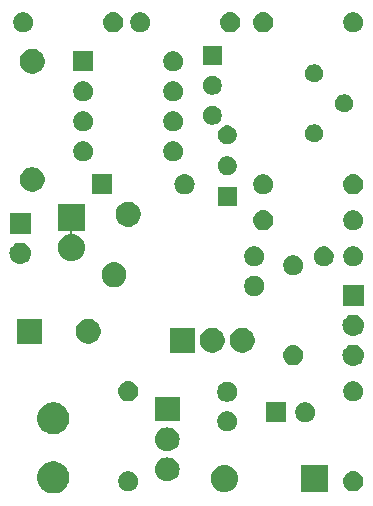
<source format=gbr>
G04 #@! TF.GenerationSoftware,KiCad,Pcbnew,(5.1.0)-1*
G04 #@! TF.CreationDate,2021-08-12T02:51:48-05:00*
G04 #@! TF.ProjectId,nixie_legacy-power,6e697869-655f-46c6-9567-6163792d706f,rev?*
G04 #@! TF.SameCoordinates,Original*
G04 #@! TF.FileFunction,Soldermask,Bot*
G04 #@! TF.FilePolarity,Negative*
%FSLAX46Y46*%
G04 Gerber Fmt 4.6, Leading zero omitted, Abs format (unit mm)*
G04 Created by KiCad (PCBNEW (5.1.0)-1) date 2021-08-12 02:51:48*
%MOMM*%
%LPD*%
G04 APERTURE LIST*
%ADD10C,0.100000*%
G04 APERTURE END LIST*
D10*
G36*
X93358072Y-116984918D02*
G01*
X93495372Y-117041789D01*
X93603939Y-117086759D01*
X93715328Y-117161187D01*
X93797539Y-117216119D01*
X93825212Y-117234610D01*
X94013390Y-117422788D01*
X94133137Y-117602000D01*
X94161242Y-117644063D01*
X94263082Y-117889928D01*
X94315000Y-118150937D01*
X94315000Y-118417063D01*
X94263082Y-118678072D01*
X94218865Y-118784823D01*
X94161241Y-118923939D01*
X94106038Y-119006555D01*
X94013391Y-119145211D01*
X93825211Y-119333391D01*
X93767207Y-119372148D01*
X93603939Y-119481241D01*
X93603938Y-119481242D01*
X93603937Y-119481242D01*
X93358072Y-119583082D01*
X93097063Y-119635000D01*
X92830937Y-119635000D01*
X92569928Y-119583082D01*
X92324063Y-119481242D01*
X92324062Y-119481242D01*
X92324061Y-119481241D01*
X92160793Y-119372148D01*
X92102789Y-119333391D01*
X91914609Y-119145211D01*
X91821962Y-119006555D01*
X91766759Y-118923939D01*
X91709136Y-118784823D01*
X91664918Y-118678072D01*
X91613000Y-118417063D01*
X91613000Y-118150937D01*
X91664918Y-117889928D01*
X91766758Y-117644063D01*
X91794864Y-117602000D01*
X91914610Y-117422788D01*
X92102788Y-117234610D01*
X92130462Y-117216119D01*
X92212672Y-117161187D01*
X92324061Y-117086759D01*
X92432629Y-117041789D01*
X92569928Y-116984918D01*
X92830937Y-116933000D01*
X93097063Y-116933000D01*
X93358072Y-116984918D01*
X93358072Y-116984918D01*
G37*
G36*
X116213000Y-119515000D02*
G01*
X113911000Y-119515000D01*
X113911000Y-117213000D01*
X116213000Y-117213000D01*
X116213000Y-119515000D01*
X116213000Y-119515000D01*
G37*
G36*
X107611271Y-117224103D02*
G01*
X107667635Y-117229654D01*
X107884600Y-117295470D01*
X107884602Y-117295471D01*
X108084555Y-117402347D01*
X108259818Y-117546182D01*
X108403653Y-117721445D01*
X108502831Y-117906996D01*
X108510530Y-117921400D01*
X108576346Y-118138365D01*
X108598569Y-118364000D01*
X108576346Y-118589635D01*
X108549519Y-118678072D01*
X108510529Y-118806602D01*
X108403653Y-119006555D01*
X108259818Y-119181818D01*
X108084555Y-119325653D01*
X107930448Y-119408024D01*
X107884600Y-119432530D01*
X107667635Y-119498346D01*
X107611271Y-119503897D01*
X107498545Y-119515000D01*
X107385455Y-119515000D01*
X107272729Y-119503897D01*
X107216365Y-119498346D01*
X106999400Y-119432530D01*
X106953552Y-119408024D01*
X106799445Y-119325653D01*
X106624182Y-119181818D01*
X106480347Y-119006555D01*
X106373471Y-118806602D01*
X106334482Y-118678072D01*
X106307654Y-118589635D01*
X106285431Y-118364000D01*
X106307654Y-118138365D01*
X106373470Y-117921400D01*
X106381169Y-117906996D01*
X106480347Y-117721445D01*
X106624182Y-117546182D01*
X106799445Y-117402347D01*
X106999398Y-117295471D01*
X106999400Y-117295470D01*
X107216365Y-117229654D01*
X107272729Y-117224103D01*
X107385455Y-117213000D01*
X107498545Y-117213000D01*
X107611271Y-117224103D01*
X107611271Y-117224103D01*
G37*
G36*
X118530823Y-117779313D02*
G01*
X118691242Y-117827976D01*
X118758361Y-117863852D01*
X118839078Y-117906996D01*
X118968659Y-118013341D01*
X119075004Y-118142922D01*
X119075005Y-118142924D01*
X119154024Y-118290758D01*
X119202687Y-118451177D01*
X119219117Y-118618000D01*
X119202687Y-118784823D01*
X119154024Y-118945242D01*
X119113477Y-119021100D01*
X119075004Y-119093078D01*
X118968659Y-119222659D01*
X118839078Y-119329004D01*
X118839076Y-119329005D01*
X118691242Y-119408024D01*
X118530823Y-119456687D01*
X118405804Y-119469000D01*
X118322196Y-119469000D01*
X118197177Y-119456687D01*
X118036758Y-119408024D01*
X117888924Y-119329005D01*
X117888922Y-119329004D01*
X117759341Y-119222659D01*
X117652996Y-119093078D01*
X117614523Y-119021100D01*
X117573976Y-118945242D01*
X117525313Y-118784823D01*
X117508883Y-118618000D01*
X117525313Y-118451177D01*
X117573976Y-118290758D01*
X117652995Y-118142924D01*
X117652996Y-118142922D01*
X117759341Y-118013341D01*
X117888922Y-117906996D01*
X117969639Y-117863852D01*
X118036758Y-117827976D01*
X118197177Y-117779313D01*
X118322196Y-117767000D01*
X118405804Y-117767000D01*
X118530823Y-117779313D01*
X118530823Y-117779313D01*
G37*
G36*
X99562228Y-117799703D02*
G01*
X99717100Y-117863853D01*
X99856481Y-117956985D01*
X99975015Y-118075519D01*
X100068147Y-118214900D01*
X100132297Y-118369772D01*
X100165000Y-118534184D01*
X100165000Y-118701816D01*
X100132297Y-118866228D01*
X100068147Y-119021100D01*
X99975015Y-119160481D01*
X99856481Y-119279015D01*
X99717100Y-119372147D01*
X99562228Y-119436297D01*
X99397816Y-119469000D01*
X99230184Y-119469000D01*
X99065772Y-119436297D01*
X98910900Y-119372147D01*
X98771519Y-119279015D01*
X98652985Y-119160481D01*
X98559853Y-119021100D01*
X98495703Y-118866228D01*
X98463000Y-118701816D01*
X98463000Y-118534184D01*
X98495703Y-118369772D01*
X98559853Y-118214900D01*
X98652985Y-118075519D01*
X98771519Y-117956985D01*
X98910900Y-117863853D01*
X99065772Y-117799703D01*
X99230184Y-117767000D01*
X99397816Y-117767000D01*
X99562228Y-117799703D01*
X99562228Y-117799703D01*
G37*
G36*
X102761936Y-116603340D02*
G01*
X102860220Y-116613020D01*
X103049381Y-116670401D01*
X103223712Y-116763583D01*
X103376515Y-116888985D01*
X103501917Y-117041788D01*
X103595099Y-117216119D01*
X103652480Y-117405280D01*
X103671855Y-117602000D01*
X103652480Y-117798720D01*
X103595099Y-117987881D01*
X103501917Y-118162212D01*
X103376515Y-118315015D01*
X103223712Y-118440417D01*
X103049381Y-118533599D01*
X102860220Y-118590980D01*
X102761936Y-118600660D01*
X102712795Y-118605500D01*
X102519205Y-118605500D01*
X102470064Y-118600660D01*
X102371780Y-118590980D01*
X102182619Y-118533599D01*
X102008288Y-118440417D01*
X101855485Y-118315015D01*
X101730083Y-118162212D01*
X101636901Y-117987881D01*
X101579520Y-117798720D01*
X101560145Y-117602000D01*
X101579520Y-117405280D01*
X101636901Y-117216119D01*
X101730083Y-117041788D01*
X101855485Y-116888985D01*
X102008288Y-116763583D01*
X102182619Y-116670401D01*
X102371780Y-116613020D01*
X102470064Y-116603340D01*
X102519205Y-116598500D01*
X102712795Y-116598500D01*
X102761936Y-116603340D01*
X102761936Y-116603340D01*
G37*
G36*
X102761936Y-114063340D02*
G01*
X102860220Y-114073020D01*
X103049381Y-114130401D01*
X103223712Y-114223583D01*
X103376515Y-114348985D01*
X103501917Y-114501788D01*
X103595099Y-114676119D01*
X103652480Y-114865280D01*
X103671855Y-115062000D01*
X103652480Y-115258720D01*
X103595099Y-115447881D01*
X103501917Y-115622212D01*
X103376515Y-115775015D01*
X103223712Y-115900417D01*
X103049381Y-115993599D01*
X102860220Y-116050980D01*
X102761936Y-116060660D01*
X102712795Y-116065500D01*
X102519205Y-116065500D01*
X102470064Y-116060660D01*
X102371780Y-116050980D01*
X102182619Y-115993599D01*
X102008288Y-115900417D01*
X101855485Y-115775015D01*
X101730083Y-115622212D01*
X101636901Y-115447881D01*
X101579520Y-115258720D01*
X101560145Y-115062000D01*
X101579520Y-114865280D01*
X101636901Y-114676119D01*
X101730083Y-114501788D01*
X101855485Y-114348985D01*
X102008288Y-114223583D01*
X102182619Y-114130401D01*
X102371780Y-114073020D01*
X102470064Y-114063340D01*
X102519205Y-114058500D01*
X102712795Y-114058500D01*
X102761936Y-114063340D01*
X102761936Y-114063340D01*
G37*
G36*
X93358072Y-111984918D02*
G01*
X93447242Y-112021853D01*
X93603939Y-112086759D01*
X93646182Y-112114985D01*
X93825211Y-112234609D01*
X94013391Y-112422789D01*
X94161242Y-112644063D01*
X94263082Y-112889928D01*
X94315000Y-113150937D01*
X94315000Y-113417063D01*
X94263082Y-113678072D01*
X94161242Y-113923937D01*
X94023287Y-114130401D01*
X94013390Y-114145212D01*
X93825212Y-114333390D01*
X93603939Y-114481241D01*
X93603938Y-114481242D01*
X93603937Y-114481242D01*
X93358072Y-114583082D01*
X93097063Y-114635000D01*
X92830937Y-114635000D01*
X92569928Y-114583082D01*
X92324063Y-114481242D01*
X92324062Y-114481242D01*
X92324061Y-114481241D01*
X92102788Y-114333390D01*
X91914610Y-114145212D01*
X91904714Y-114130401D01*
X91766758Y-113923937D01*
X91664918Y-113678072D01*
X91613000Y-113417063D01*
X91613000Y-113150937D01*
X91664918Y-112889928D01*
X91766758Y-112644063D01*
X91914609Y-112422789D01*
X92102789Y-112234609D01*
X92281818Y-112114985D01*
X92324061Y-112086759D01*
X92480759Y-112021853D01*
X92569928Y-111984918D01*
X92830937Y-111933000D01*
X93097063Y-111933000D01*
X93358072Y-111984918D01*
X93358072Y-111984918D01*
G37*
G36*
X107944228Y-112719703D02*
G01*
X108099100Y-112783853D01*
X108238481Y-112876985D01*
X108357015Y-112995519D01*
X108450147Y-113134900D01*
X108514297Y-113289772D01*
X108547000Y-113454184D01*
X108547000Y-113621816D01*
X108514297Y-113786228D01*
X108450147Y-113941100D01*
X108357015Y-114080481D01*
X108238481Y-114199015D01*
X108099100Y-114292147D01*
X107944228Y-114356297D01*
X107779816Y-114389000D01*
X107612184Y-114389000D01*
X107447772Y-114356297D01*
X107292900Y-114292147D01*
X107153519Y-114199015D01*
X107034985Y-114080481D01*
X106941853Y-113941100D01*
X106877703Y-113786228D01*
X106845000Y-113621816D01*
X106845000Y-113454184D01*
X106877703Y-113289772D01*
X106941853Y-113134900D01*
X107034985Y-112995519D01*
X107153519Y-112876985D01*
X107292900Y-112783853D01*
X107447772Y-112719703D01*
X107612184Y-112687000D01*
X107779816Y-112687000D01*
X107944228Y-112719703D01*
X107944228Y-112719703D01*
G37*
G36*
X112651000Y-113627000D02*
G01*
X110949000Y-113627000D01*
X110949000Y-111925000D01*
X112651000Y-111925000D01*
X112651000Y-113627000D01*
X112651000Y-113627000D01*
G37*
G36*
X114548228Y-111957703D02*
G01*
X114703100Y-112021853D01*
X114842481Y-112114985D01*
X114961015Y-112233519D01*
X115054147Y-112372900D01*
X115118297Y-112527772D01*
X115151000Y-112692184D01*
X115151000Y-112859816D01*
X115118297Y-113024228D01*
X115054147Y-113179100D01*
X114961015Y-113318481D01*
X114842481Y-113437015D01*
X114703100Y-113530147D01*
X114548228Y-113594297D01*
X114383816Y-113627000D01*
X114216184Y-113627000D01*
X114051772Y-113594297D01*
X113896900Y-113530147D01*
X113757519Y-113437015D01*
X113638985Y-113318481D01*
X113545853Y-113179100D01*
X113481703Y-113024228D01*
X113449000Y-112859816D01*
X113449000Y-112692184D01*
X113481703Y-112527772D01*
X113545853Y-112372900D01*
X113638985Y-112233519D01*
X113757519Y-112114985D01*
X113896900Y-112021853D01*
X114051772Y-111957703D01*
X114216184Y-111925000D01*
X114383816Y-111925000D01*
X114548228Y-111957703D01*
X114548228Y-111957703D01*
G37*
G36*
X103667000Y-113525500D02*
G01*
X101565000Y-113525500D01*
X101565000Y-111518500D01*
X103667000Y-111518500D01*
X103667000Y-113525500D01*
X103667000Y-113525500D01*
G37*
G36*
X107944228Y-110219703D02*
G01*
X108099100Y-110283853D01*
X108238481Y-110376985D01*
X108357015Y-110495519D01*
X108450147Y-110634900D01*
X108514297Y-110789772D01*
X108547000Y-110954184D01*
X108547000Y-111121816D01*
X108514297Y-111286228D01*
X108450147Y-111441100D01*
X108357015Y-111580481D01*
X108238481Y-111699015D01*
X108099100Y-111792147D01*
X107944228Y-111856297D01*
X107779816Y-111889000D01*
X107612184Y-111889000D01*
X107447772Y-111856297D01*
X107292900Y-111792147D01*
X107153519Y-111699015D01*
X107034985Y-111580481D01*
X106941853Y-111441100D01*
X106877703Y-111286228D01*
X106845000Y-111121816D01*
X106845000Y-110954184D01*
X106877703Y-110789772D01*
X106941853Y-110634900D01*
X107034985Y-110495519D01*
X107153519Y-110376985D01*
X107292900Y-110283853D01*
X107447772Y-110219703D01*
X107612184Y-110187000D01*
X107779816Y-110187000D01*
X107944228Y-110219703D01*
X107944228Y-110219703D01*
G37*
G36*
X99480823Y-110159313D02*
G01*
X99641242Y-110207976D01*
X99708361Y-110243852D01*
X99789078Y-110286996D01*
X99918659Y-110393341D01*
X100025004Y-110522922D01*
X100025005Y-110522924D01*
X100104024Y-110670758D01*
X100152687Y-110831177D01*
X100169117Y-110998000D01*
X100152687Y-111164823D01*
X100104024Y-111325242D01*
X100033114Y-111457906D01*
X100025004Y-111473078D01*
X99918659Y-111602659D01*
X99789078Y-111709004D01*
X99789076Y-111709005D01*
X99641242Y-111788024D01*
X99641239Y-111788025D01*
X99627647Y-111792148D01*
X99480823Y-111836687D01*
X99355804Y-111849000D01*
X99272196Y-111849000D01*
X99147177Y-111836687D01*
X99000353Y-111792148D01*
X98986761Y-111788025D01*
X98986758Y-111788024D01*
X98838924Y-111709005D01*
X98838922Y-111709004D01*
X98709341Y-111602659D01*
X98602996Y-111473078D01*
X98594886Y-111457906D01*
X98523976Y-111325242D01*
X98475313Y-111164823D01*
X98458883Y-110998000D01*
X98475313Y-110831177D01*
X98523976Y-110670758D01*
X98602995Y-110522924D01*
X98602996Y-110522922D01*
X98709341Y-110393341D01*
X98838922Y-110286996D01*
X98919639Y-110243852D01*
X98986758Y-110207976D01*
X99147177Y-110159313D01*
X99272196Y-110147000D01*
X99355804Y-110147000D01*
X99480823Y-110159313D01*
X99480823Y-110159313D01*
G37*
G36*
X118612228Y-110179703D02*
G01*
X118767100Y-110243853D01*
X118906481Y-110336985D01*
X119025015Y-110455519D01*
X119118147Y-110594900D01*
X119182297Y-110749772D01*
X119215000Y-110914184D01*
X119215000Y-111081816D01*
X119182297Y-111246228D01*
X119118147Y-111401100D01*
X119025015Y-111540481D01*
X118906481Y-111659015D01*
X118767100Y-111752147D01*
X118612228Y-111816297D01*
X118447816Y-111849000D01*
X118280184Y-111849000D01*
X118115772Y-111816297D01*
X117960900Y-111752147D01*
X117821519Y-111659015D01*
X117702985Y-111540481D01*
X117609853Y-111401100D01*
X117545703Y-111246228D01*
X117513000Y-111081816D01*
X117513000Y-110914184D01*
X117545703Y-110749772D01*
X117609853Y-110594900D01*
X117702985Y-110455519D01*
X117821519Y-110336985D01*
X117960900Y-110243853D01*
X118115772Y-110179703D01*
X118280184Y-110147000D01*
X118447816Y-110147000D01*
X118612228Y-110179703D01*
X118612228Y-110179703D01*
G37*
G36*
X118474442Y-107055518D02*
G01*
X118540627Y-107062037D01*
X118710466Y-107113557D01*
X118866991Y-107197222D01*
X118902729Y-107226552D01*
X119004186Y-107309814D01*
X119087448Y-107411271D01*
X119116778Y-107447009D01*
X119200443Y-107603534D01*
X119251963Y-107773373D01*
X119269359Y-107950000D01*
X119251963Y-108126627D01*
X119200443Y-108296466D01*
X119116778Y-108452991D01*
X119087448Y-108488729D01*
X119004186Y-108590186D01*
X118902729Y-108673448D01*
X118866991Y-108702778D01*
X118710466Y-108786443D01*
X118540627Y-108837963D01*
X118474442Y-108844482D01*
X118408260Y-108851000D01*
X118319740Y-108851000D01*
X118253558Y-108844482D01*
X118187373Y-108837963D01*
X118017534Y-108786443D01*
X117861009Y-108702778D01*
X117825271Y-108673448D01*
X117723814Y-108590186D01*
X117640552Y-108488729D01*
X117611222Y-108452991D01*
X117527557Y-108296466D01*
X117476037Y-108126627D01*
X117458641Y-107950000D01*
X117476037Y-107773373D01*
X117527557Y-107603534D01*
X117611222Y-107447009D01*
X117640552Y-107411271D01*
X117723814Y-107309814D01*
X117825271Y-107226552D01*
X117861009Y-107197222D01*
X118017534Y-107113557D01*
X118187373Y-107062037D01*
X118253558Y-107055518D01*
X118319740Y-107049000D01*
X118408260Y-107049000D01*
X118474442Y-107055518D01*
X118474442Y-107055518D01*
G37*
G36*
X113450823Y-107111313D02*
G01*
X113611242Y-107159976D01*
X113680922Y-107197221D01*
X113759078Y-107238996D01*
X113888659Y-107345341D01*
X113995004Y-107474922D01*
X113995005Y-107474924D01*
X114074024Y-107622758D01*
X114122687Y-107783177D01*
X114139117Y-107950000D01*
X114122687Y-108116823D01*
X114074024Y-108277242D01*
X114063747Y-108296468D01*
X113995004Y-108425078D01*
X113888659Y-108554659D01*
X113759078Y-108661004D01*
X113759076Y-108661005D01*
X113611242Y-108740024D01*
X113450823Y-108788687D01*
X113325804Y-108801000D01*
X113242196Y-108801000D01*
X113117177Y-108788687D01*
X112956758Y-108740024D01*
X112808924Y-108661005D01*
X112808922Y-108661004D01*
X112679341Y-108554659D01*
X112572996Y-108425078D01*
X112504253Y-108296468D01*
X112493976Y-108277242D01*
X112445313Y-108116823D01*
X112428883Y-107950000D01*
X112445313Y-107783177D01*
X112493976Y-107622758D01*
X112572995Y-107474924D01*
X112572996Y-107474922D01*
X112679341Y-107345341D01*
X112808922Y-107238996D01*
X112887078Y-107197221D01*
X112956758Y-107159976D01*
X113117177Y-107111313D01*
X113242196Y-107099000D01*
X113325804Y-107099000D01*
X113450823Y-107111313D01*
X113450823Y-107111313D01*
G37*
G36*
X109272564Y-105669389D02*
G01*
X109463833Y-105748615D01*
X109463835Y-105748616D01*
X109635973Y-105863635D01*
X109782365Y-106010027D01*
X109884431Y-106162779D01*
X109897385Y-106182167D01*
X109976611Y-106373436D01*
X110017000Y-106576484D01*
X110017000Y-106783516D01*
X109976611Y-106986564D01*
X109897385Y-107177833D01*
X109897384Y-107177835D01*
X109782365Y-107349973D01*
X109635973Y-107496365D01*
X109463835Y-107611384D01*
X109463834Y-107611385D01*
X109463833Y-107611385D01*
X109272564Y-107690611D01*
X109069516Y-107731000D01*
X108862484Y-107731000D01*
X108659436Y-107690611D01*
X108468167Y-107611385D01*
X108468166Y-107611385D01*
X108468165Y-107611384D01*
X108296027Y-107496365D01*
X108149635Y-107349973D01*
X108034616Y-107177835D01*
X108034615Y-107177833D01*
X107955389Y-106986564D01*
X107915000Y-106783516D01*
X107915000Y-106576484D01*
X107955389Y-106373436D01*
X108034615Y-106182167D01*
X108047570Y-106162779D01*
X108149635Y-106010027D01*
X108296027Y-105863635D01*
X108468165Y-105748616D01*
X108468167Y-105748615D01*
X108659436Y-105669389D01*
X108862484Y-105629000D01*
X109069516Y-105629000D01*
X109272564Y-105669389D01*
X109272564Y-105669389D01*
G37*
G36*
X104937000Y-107731000D02*
G01*
X102835000Y-107731000D01*
X102835000Y-105629000D01*
X104937000Y-105629000D01*
X104937000Y-107731000D01*
X104937000Y-107731000D01*
G37*
G36*
X106732564Y-105669389D02*
G01*
X106923833Y-105748615D01*
X106923835Y-105748616D01*
X107095973Y-105863635D01*
X107242365Y-106010027D01*
X107344431Y-106162779D01*
X107357385Y-106182167D01*
X107436611Y-106373436D01*
X107477000Y-106576484D01*
X107477000Y-106783516D01*
X107436611Y-106986564D01*
X107357385Y-107177833D01*
X107357384Y-107177835D01*
X107242365Y-107349973D01*
X107095973Y-107496365D01*
X106923835Y-107611384D01*
X106923834Y-107611385D01*
X106923833Y-107611385D01*
X106732564Y-107690611D01*
X106529516Y-107731000D01*
X106322484Y-107731000D01*
X106119436Y-107690611D01*
X105928167Y-107611385D01*
X105928166Y-107611385D01*
X105928165Y-107611384D01*
X105756027Y-107496365D01*
X105609635Y-107349973D01*
X105494616Y-107177835D01*
X105494615Y-107177833D01*
X105415389Y-106986564D01*
X105375000Y-106783516D01*
X105375000Y-106576484D01*
X105415389Y-106373436D01*
X105494615Y-106182167D01*
X105507570Y-106162779D01*
X105609635Y-106010027D01*
X105756027Y-105863635D01*
X105928165Y-105748616D01*
X105928167Y-105748615D01*
X106119436Y-105669389D01*
X106322484Y-105629000D01*
X106529516Y-105629000D01*
X106732564Y-105669389D01*
X106732564Y-105669389D01*
G37*
G36*
X96238564Y-104907389D02*
G01*
X96429833Y-104986615D01*
X96429835Y-104986616D01*
X96544948Y-105063532D01*
X96601973Y-105101635D01*
X96748365Y-105248027D01*
X96863385Y-105420167D01*
X96942611Y-105611436D01*
X96983000Y-105814484D01*
X96983000Y-106021516D01*
X96942611Y-106224564D01*
X96933548Y-106246443D01*
X96863384Y-106415835D01*
X96748365Y-106587973D01*
X96601973Y-106734365D01*
X96429835Y-106849384D01*
X96429834Y-106849385D01*
X96429833Y-106849385D01*
X96238564Y-106928611D01*
X96035516Y-106969000D01*
X95828484Y-106969000D01*
X95625436Y-106928611D01*
X95434167Y-106849385D01*
X95434166Y-106849385D01*
X95434165Y-106849384D01*
X95262027Y-106734365D01*
X95115635Y-106587973D01*
X95000616Y-106415835D01*
X94930452Y-106246443D01*
X94921389Y-106224564D01*
X94881000Y-106021516D01*
X94881000Y-105814484D01*
X94921389Y-105611436D01*
X95000615Y-105420167D01*
X95115635Y-105248027D01*
X95262027Y-105101635D01*
X95319052Y-105063532D01*
X95434165Y-104986616D01*
X95434167Y-104986615D01*
X95625436Y-104907389D01*
X95828484Y-104867000D01*
X96035516Y-104867000D01*
X96238564Y-104907389D01*
X96238564Y-104907389D01*
G37*
G36*
X91983000Y-106969000D02*
G01*
X89881000Y-106969000D01*
X89881000Y-104867000D01*
X91983000Y-104867000D01*
X91983000Y-106969000D01*
X91983000Y-106969000D01*
G37*
G36*
X118474443Y-104515519D02*
G01*
X118540627Y-104522037D01*
X118710466Y-104573557D01*
X118866991Y-104657222D01*
X118902729Y-104686552D01*
X119004186Y-104769814D01*
X119083943Y-104867000D01*
X119116778Y-104907009D01*
X119200443Y-105063534D01*
X119251963Y-105233373D01*
X119269359Y-105410000D01*
X119251963Y-105586627D01*
X119202824Y-105748616D01*
X119200442Y-105756468D01*
X119169430Y-105814486D01*
X119116778Y-105912991D01*
X119087448Y-105948729D01*
X119004186Y-106050186D01*
X118902729Y-106133448D01*
X118866991Y-106162778D01*
X118710466Y-106246443D01*
X118540627Y-106297963D01*
X118474442Y-106304482D01*
X118408260Y-106311000D01*
X118319740Y-106311000D01*
X118253558Y-106304482D01*
X118187373Y-106297963D01*
X118017534Y-106246443D01*
X117861009Y-106162778D01*
X117825271Y-106133448D01*
X117723814Y-106050186D01*
X117640552Y-105948729D01*
X117611222Y-105912991D01*
X117558570Y-105814486D01*
X117527558Y-105756468D01*
X117525176Y-105748616D01*
X117476037Y-105586627D01*
X117458641Y-105410000D01*
X117476037Y-105233373D01*
X117527557Y-105063534D01*
X117611222Y-104907009D01*
X117644057Y-104867000D01*
X117723814Y-104769814D01*
X117825271Y-104686552D01*
X117861009Y-104657222D01*
X118017534Y-104573557D01*
X118187373Y-104522037D01*
X118253557Y-104515519D01*
X118319740Y-104509000D01*
X118408260Y-104509000D01*
X118474443Y-104515519D01*
X118474443Y-104515519D01*
G37*
G36*
X119265000Y-103771000D02*
G01*
X117463000Y-103771000D01*
X117463000Y-101969000D01*
X119265000Y-101969000D01*
X119265000Y-103771000D01*
X119265000Y-103771000D01*
G37*
G36*
X110230228Y-101249703D02*
G01*
X110385100Y-101313853D01*
X110524481Y-101406985D01*
X110643015Y-101525519D01*
X110736147Y-101664900D01*
X110800297Y-101819772D01*
X110833000Y-101984184D01*
X110833000Y-102151816D01*
X110800297Y-102316228D01*
X110736147Y-102471100D01*
X110643015Y-102610481D01*
X110524481Y-102729015D01*
X110385100Y-102822147D01*
X110230228Y-102886297D01*
X110065816Y-102919000D01*
X109898184Y-102919000D01*
X109733772Y-102886297D01*
X109578900Y-102822147D01*
X109439519Y-102729015D01*
X109320985Y-102610481D01*
X109227853Y-102471100D01*
X109163703Y-102316228D01*
X109131000Y-102151816D01*
X109131000Y-101984184D01*
X109163703Y-101819772D01*
X109227853Y-101664900D01*
X109320985Y-101525519D01*
X109439519Y-101406985D01*
X109578900Y-101313853D01*
X109733772Y-101249703D01*
X109898184Y-101217000D01*
X110065816Y-101217000D01*
X110230228Y-101249703D01*
X110230228Y-101249703D01*
G37*
G36*
X98320015Y-100076290D02*
G01*
X98422024Y-100096581D01*
X98614204Y-100176185D01*
X98787161Y-100291751D01*
X98934249Y-100438839D01*
X99049815Y-100611796D01*
X99100061Y-100733100D01*
X99129419Y-100803977D01*
X99170000Y-101007992D01*
X99170000Y-101216008D01*
X99163298Y-101249703D01*
X99129419Y-101420024D01*
X99049815Y-101612204D01*
X98934249Y-101785161D01*
X98787161Y-101932249D01*
X98614204Y-102047815D01*
X98422024Y-102127419D01*
X98320016Y-102147709D01*
X98218008Y-102168000D01*
X98009992Y-102168000D01*
X97907985Y-102147710D01*
X97805976Y-102127419D01*
X97613796Y-102047815D01*
X97440839Y-101932249D01*
X97293751Y-101785161D01*
X97178185Y-101612204D01*
X97098581Y-101420024D01*
X97064702Y-101249703D01*
X97058000Y-101216008D01*
X97058000Y-101007992D01*
X97098581Y-100803977D01*
X97127939Y-100733100D01*
X97178185Y-100611796D01*
X97293751Y-100438839D01*
X97440839Y-100291751D01*
X97613796Y-100176185D01*
X97805976Y-100096581D01*
X97907985Y-100076290D01*
X98009992Y-100056000D01*
X98218008Y-100056000D01*
X98320015Y-100076290D01*
X98320015Y-100076290D01*
G37*
G36*
X113532228Y-99511703D02*
G01*
X113687100Y-99575853D01*
X113826481Y-99668985D01*
X113945015Y-99787519D01*
X114038147Y-99926900D01*
X114102297Y-100081772D01*
X114135000Y-100246184D01*
X114135000Y-100413816D01*
X114102297Y-100578228D01*
X114038147Y-100733100D01*
X113945015Y-100872481D01*
X113826481Y-100991015D01*
X113687100Y-101084147D01*
X113532228Y-101148297D01*
X113367816Y-101181000D01*
X113200184Y-101181000D01*
X113035772Y-101148297D01*
X112880900Y-101084147D01*
X112741519Y-100991015D01*
X112622985Y-100872481D01*
X112529853Y-100733100D01*
X112465703Y-100578228D01*
X112433000Y-100413816D01*
X112433000Y-100246184D01*
X112465703Y-100081772D01*
X112529853Y-99926900D01*
X112622985Y-99787519D01*
X112741519Y-99668985D01*
X112880900Y-99575853D01*
X113035772Y-99511703D01*
X113200184Y-99479000D01*
X113367816Y-99479000D01*
X113532228Y-99511703D01*
X113532228Y-99511703D01*
G37*
G36*
X118612228Y-98749703D02*
G01*
X118767100Y-98813853D01*
X118906481Y-98906985D01*
X119025015Y-99025519D01*
X119118147Y-99164900D01*
X119182297Y-99319772D01*
X119215000Y-99484184D01*
X119215000Y-99651816D01*
X119182297Y-99816228D01*
X119118147Y-99971100D01*
X119025015Y-100110481D01*
X118906481Y-100229015D01*
X118767100Y-100322147D01*
X118612228Y-100386297D01*
X118447816Y-100419000D01*
X118280184Y-100419000D01*
X118115772Y-100386297D01*
X117960900Y-100322147D01*
X117821519Y-100229015D01*
X117702985Y-100110481D01*
X117609853Y-99971100D01*
X117545703Y-99816228D01*
X117513000Y-99651816D01*
X117513000Y-99484184D01*
X117545703Y-99319772D01*
X117609853Y-99164900D01*
X117702985Y-99025519D01*
X117821519Y-98906985D01*
X117960900Y-98813853D01*
X118115772Y-98749703D01*
X118280184Y-98717000D01*
X118447816Y-98717000D01*
X118612228Y-98749703D01*
X118612228Y-98749703D01*
G37*
G36*
X116112228Y-98749703D02*
G01*
X116267100Y-98813853D01*
X116406481Y-98906985D01*
X116525015Y-99025519D01*
X116618147Y-99164900D01*
X116682297Y-99319772D01*
X116715000Y-99484184D01*
X116715000Y-99651816D01*
X116682297Y-99816228D01*
X116618147Y-99971100D01*
X116525015Y-100110481D01*
X116406481Y-100229015D01*
X116267100Y-100322147D01*
X116112228Y-100386297D01*
X115947816Y-100419000D01*
X115780184Y-100419000D01*
X115615772Y-100386297D01*
X115460900Y-100322147D01*
X115321519Y-100229015D01*
X115202985Y-100110481D01*
X115109853Y-99971100D01*
X115045703Y-99816228D01*
X115013000Y-99651816D01*
X115013000Y-99484184D01*
X115045703Y-99319772D01*
X115109853Y-99164900D01*
X115202985Y-99025519D01*
X115321519Y-98906985D01*
X115460900Y-98813853D01*
X115615772Y-98749703D01*
X115780184Y-98717000D01*
X115947816Y-98717000D01*
X116112228Y-98749703D01*
X116112228Y-98749703D01*
G37*
G36*
X110230228Y-98749703D02*
G01*
X110385100Y-98813853D01*
X110524481Y-98906985D01*
X110643015Y-99025519D01*
X110736147Y-99164900D01*
X110800297Y-99319772D01*
X110833000Y-99484184D01*
X110833000Y-99651816D01*
X110800297Y-99816228D01*
X110736147Y-99971100D01*
X110643015Y-100110481D01*
X110524481Y-100229015D01*
X110385100Y-100322147D01*
X110230228Y-100386297D01*
X110065816Y-100419000D01*
X109898184Y-100419000D01*
X109733772Y-100386297D01*
X109578900Y-100322147D01*
X109439519Y-100229015D01*
X109320985Y-100110481D01*
X109227853Y-99971100D01*
X109163703Y-99816228D01*
X109131000Y-99651816D01*
X109131000Y-99484184D01*
X109163703Y-99319772D01*
X109227853Y-99164900D01*
X109320985Y-99025519D01*
X109439519Y-98906985D01*
X109578900Y-98813853D01*
X109733772Y-98749703D01*
X109898184Y-98717000D01*
X110065816Y-98717000D01*
X110230228Y-98749703D01*
X110230228Y-98749703D01*
G37*
G36*
X90280443Y-98419519D02*
G01*
X90346627Y-98426037D01*
X90516466Y-98477557D01*
X90672991Y-98561222D01*
X90696318Y-98580366D01*
X90810186Y-98673814D01*
X90872467Y-98749705D01*
X90922778Y-98811009D01*
X91006443Y-98967534D01*
X91057963Y-99137373D01*
X91075359Y-99314000D01*
X91057963Y-99490627D01*
X91032110Y-99575852D01*
X91006442Y-99660468D01*
X90964611Y-99738728D01*
X90922778Y-99816991D01*
X90893448Y-99852729D01*
X90810186Y-99954186D01*
X90708729Y-100037448D01*
X90672991Y-100066778D01*
X90516466Y-100150443D01*
X90346627Y-100201963D01*
X90280442Y-100208482D01*
X90214260Y-100215000D01*
X90125740Y-100215000D01*
X90059558Y-100208482D01*
X89993373Y-100201963D01*
X89823534Y-100150443D01*
X89667009Y-100066778D01*
X89631271Y-100037448D01*
X89529814Y-99954186D01*
X89446552Y-99852729D01*
X89417222Y-99816991D01*
X89375389Y-99738728D01*
X89333558Y-99660468D01*
X89307890Y-99575852D01*
X89282037Y-99490627D01*
X89264641Y-99314000D01*
X89282037Y-99137373D01*
X89333557Y-98967534D01*
X89417222Y-98811009D01*
X89467533Y-98749705D01*
X89529814Y-98673814D01*
X89643682Y-98580366D01*
X89667009Y-98561222D01*
X89823534Y-98477557D01*
X89993373Y-98426037D01*
X90059557Y-98419519D01*
X90125740Y-98413000D01*
X90214260Y-98413000D01*
X90280443Y-98419519D01*
X90280443Y-98419519D01*
G37*
G36*
X95639000Y-97417000D02*
G01*
X94672501Y-97417000D01*
X94648115Y-97419402D01*
X94624666Y-97426515D01*
X94603055Y-97438066D01*
X94584113Y-97453611D01*
X94568568Y-97472553D01*
X94557017Y-97494164D01*
X94549904Y-97517613D01*
X94547502Y-97541999D01*
X94549904Y-97566385D01*
X94557017Y-97589834D01*
X94568568Y-97611445D01*
X94584113Y-97630387D01*
X94603055Y-97645932D01*
X94624666Y-97657483D01*
X94660249Y-97666396D01*
X94713635Y-97671654D01*
X94930600Y-97737470D01*
X94930602Y-97737471D01*
X95130555Y-97844347D01*
X95305818Y-97988182D01*
X95449653Y-98163445D01*
X95556529Y-98363398D01*
X95556530Y-98363400D01*
X95622346Y-98580365D01*
X95644569Y-98806000D01*
X95622346Y-99031635D01*
X95590271Y-99137373D01*
X95556529Y-99248602D01*
X95449653Y-99448555D01*
X95305818Y-99623818D01*
X95130555Y-99767653D01*
X94930602Y-99874529D01*
X94930600Y-99874530D01*
X94713635Y-99940346D01*
X94657271Y-99945897D01*
X94544545Y-99957000D01*
X94431455Y-99957000D01*
X94318729Y-99945897D01*
X94262365Y-99940346D01*
X94045400Y-99874530D01*
X94045398Y-99874529D01*
X93845445Y-99767653D01*
X93670182Y-99623818D01*
X93526347Y-99448555D01*
X93419471Y-99248602D01*
X93385730Y-99137373D01*
X93353654Y-99031635D01*
X93331431Y-98806000D01*
X93353654Y-98580365D01*
X93419470Y-98363400D01*
X93419471Y-98363398D01*
X93526347Y-98163445D01*
X93670182Y-97988182D01*
X93845445Y-97844347D01*
X94045398Y-97737471D01*
X94045400Y-97737470D01*
X94262365Y-97671654D01*
X94315751Y-97666396D01*
X94339785Y-97661616D01*
X94362423Y-97652238D01*
X94382798Y-97638624D01*
X94400125Y-97621297D01*
X94413738Y-97600923D01*
X94423116Y-97578284D01*
X94427896Y-97554251D01*
X94427896Y-97529747D01*
X94423116Y-97505713D01*
X94413738Y-97483075D01*
X94400124Y-97462700D01*
X94382797Y-97445373D01*
X94362423Y-97431760D01*
X94339784Y-97422382D01*
X94303499Y-97417000D01*
X93337000Y-97417000D01*
X93337000Y-95115000D01*
X95639000Y-95115000D01*
X95639000Y-97417000D01*
X95639000Y-97417000D01*
G37*
G36*
X91071000Y-97675000D02*
G01*
X89269000Y-97675000D01*
X89269000Y-95873000D01*
X91071000Y-95873000D01*
X91071000Y-97675000D01*
X91071000Y-97675000D01*
G37*
G36*
X110910823Y-95681313D02*
G01*
X111071242Y-95729976D01*
X111138361Y-95765852D01*
X111219078Y-95808996D01*
X111348659Y-95915341D01*
X111455004Y-96044922D01*
X111455005Y-96044924D01*
X111534024Y-96192758D01*
X111582687Y-96353177D01*
X111599117Y-96520000D01*
X111582687Y-96686823D01*
X111534024Y-96847242D01*
X111463114Y-96979906D01*
X111455004Y-96995078D01*
X111348659Y-97124659D01*
X111219078Y-97231004D01*
X111219076Y-97231005D01*
X111071242Y-97310024D01*
X110910823Y-97358687D01*
X110785804Y-97371000D01*
X110702196Y-97371000D01*
X110577177Y-97358687D01*
X110416758Y-97310024D01*
X110268924Y-97231005D01*
X110268922Y-97231004D01*
X110139341Y-97124659D01*
X110032996Y-96995078D01*
X110024886Y-96979906D01*
X109953976Y-96847242D01*
X109905313Y-96686823D01*
X109888883Y-96520000D01*
X109905313Y-96353177D01*
X109953976Y-96192758D01*
X110032995Y-96044924D01*
X110032996Y-96044922D01*
X110139341Y-95915341D01*
X110268922Y-95808996D01*
X110349639Y-95765852D01*
X110416758Y-95729976D01*
X110577177Y-95681313D01*
X110702196Y-95669000D01*
X110785804Y-95669000D01*
X110910823Y-95681313D01*
X110910823Y-95681313D01*
G37*
G36*
X118612228Y-95701703D02*
G01*
X118767100Y-95765853D01*
X118906481Y-95858985D01*
X119025015Y-95977519D01*
X119118147Y-96116900D01*
X119182297Y-96271772D01*
X119215000Y-96436184D01*
X119215000Y-96603816D01*
X119182297Y-96768228D01*
X119118147Y-96923100D01*
X119025015Y-97062481D01*
X118906481Y-97181015D01*
X118767100Y-97274147D01*
X118612228Y-97338297D01*
X118447816Y-97371000D01*
X118280184Y-97371000D01*
X118115772Y-97338297D01*
X117960900Y-97274147D01*
X117821519Y-97181015D01*
X117702985Y-97062481D01*
X117609853Y-96923100D01*
X117545703Y-96768228D01*
X117513000Y-96603816D01*
X117513000Y-96436184D01*
X117545703Y-96271772D01*
X117609853Y-96116900D01*
X117702985Y-95977519D01*
X117821519Y-95858985D01*
X117960900Y-95765853D01*
X118115772Y-95701703D01*
X118280184Y-95669000D01*
X118447816Y-95669000D01*
X118612228Y-95701703D01*
X118612228Y-95701703D01*
G37*
G36*
X99520015Y-94976290D02*
G01*
X99622024Y-94996581D01*
X99814204Y-95076185D01*
X99987161Y-95191751D01*
X100134249Y-95338839D01*
X100249815Y-95511796D01*
X100320032Y-95681314D01*
X100329419Y-95703977D01*
X100370000Y-95907992D01*
X100370000Y-96116008D01*
X100354733Y-96192761D01*
X100329419Y-96320024D01*
X100249815Y-96512204D01*
X100134249Y-96685161D01*
X99987161Y-96832249D01*
X99814204Y-96947815D01*
X99622024Y-97027419D01*
X99520016Y-97047709D01*
X99418008Y-97068000D01*
X99209992Y-97068000D01*
X99107984Y-97047709D01*
X99005976Y-97027419D01*
X98813796Y-96947815D01*
X98640839Y-96832249D01*
X98493751Y-96685161D01*
X98378185Y-96512204D01*
X98298581Y-96320024D01*
X98273267Y-96192761D01*
X98258000Y-96116008D01*
X98258000Y-95907992D01*
X98298581Y-95703977D01*
X98307968Y-95681314D01*
X98378185Y-95511796D01*
X98493751Y-95338839D01*
X98640839Y-95191751D01*
X98813796Y-95076185D01*
X99005976Y-94996581D01*
X99107985Y-94976290D01*
X99209992Y-94956000D01*
X99418008Y-94956000D01*
X99520015Y-94976290D01*
X99520015Y-94976290D01*
G37*
G36*
X108497000Y-95289000D02*
G01*
X106895000Y-95289000D01*
X106895000Y-93687000D01*
X108497000Y-93687000D01*
X108497000Y-95289000D01*
X108497000Y-95289000D01*
G37*
G36*
X110992228Y-92653703D02*
G01*
X111147100Y-92717853D01*
X111286481Y-92810985D01*
X111405015Y-92929519D01*
X111498147Y-93068900D01*
X111562297Y-93223772D01*
X111595000Y-93388184D01*
X111595000Y-93555816D01*
X111562297Y-93720228D01*
X111498147Y-93875100D01*
X111405015Y-94014481D01*
X111286481Y-94133015D01*
X111147100Y-94226147D01*
X110992228Y-94290297D01*
X110827816Y-94323000D01*
X110660184Y-94323000D01*
X110495772Y-94290297D01*
X110340900Y-94226147D01*
X110201519Y-94133015D01*
X110082985Y-94014481D01*
X109989853Y-93875100D01*
X109925703Y-93720228D01*
X109893000Y-93555816D01*
X109893000Y-93388184D01*
X109925703Y-93223772D01*
X109989853Y-93068900D01*
X110082985Y-92929519D01*
X110201519Y-92810985D01*
X110340900Y-92717853D01*
X110495772Y-92653703D01*
X110660184Y-92621000D01*
X110827816Y-92621000D01*
X110992228Y-92653703D01*
X110992228Y-92653703D01*
G37*
G36*
X104243323Y-92633313D02*
G01*
X104403742Y-92681976D01*
X104533692Y-92751436D01*
X104551578Y-92760996D01*
X104681159Y-92867341D01*
X104787504Y-92996922D01*
X104787505Y-92996924D01*
X104866524Y-93144758D01*
X104915187Y-93305177D01*
X104931617Y-93472000D01*
X104915187Y-93638823D01*
X104866524Y-93799242D01*
X104825977Y-93875100D01*
X104787504Y-93947078D01*
X104681159Y-94076659D01*
X104551578Y-94183004D01*
X104551576Y-94183005D01*
X104403742Y-94262024D01*
X104243323Y-94310687D01*
X104118304Y-94323000D01*
X104034696Y-94323000D01*
X103909677Y-94310687D01*
X103749258Y-94262024D01*
X103601424Y-94183005D01*
X103601422Y-94183004D01*
X103471841Y-94076659D01*
X103365496Y-93947078D01*
X103327023Y-93875100D01*
X103286476Y-93799242D01*
X103237813Y-93638823D01*
X103221383Y-93472000D01*
X103237813Y-93305177D01*
X103286476Y-93144758D01*
X103365495Y-92996924D01*
X103365496Y-92996922D01*
X103471841Y-92867341D01*
X103601422Y-92760996D01*
X103619308Y-92751436D01*
X103749258Y-92681976D01*
X103909677Y-92633313D01*
X104034696Y-92621000D01*
X104118304Y-92621000D01*
X104243323Y-92633313D01*
X104243323Y-92633313D01*
G37*
G36*
X97942500Y-94323000D02*
G01*
X96240500Y-94323000D01*
X96240500Y-92621000D01*
X97942500Y-92621000D01*
X97942500Y-94323000D01*
X97942500Y-94323000D01*
G37*
G36*
X118530823Y-92633313D02*
G01*
X118691242Y-92681976D01*
X118821192Y-92751436D01*
X118839078Y-92760996D01*
X118968659Y-92867341D01*
X119075004Y-92996922D01*
X119075005Y-92996924D01*
X119154024Y-93144758D01*
X119202687Y-93305177D01*
X119219117Y-93472000D01*
X119202687Y-93638823D01*
X119154024Y-93799242D01*
X119113477Y-93875100D01*
X119075004Y-93947078D01*
X118968659Y-94076659D01*
X118839078Y-94183004D01*
X118839076Y-94183005D01*
X118691242Y-94262024D01*
X118530823Y-94310687D01*
X118405804Y-94323000D01*
X118322196Y-94323000D01*
X118197177Y-94310687D01*
X118036758Y-94262024D01*
X117888924Y-94183005D01*
X117888922Y-94183004D01*
X117759341Y-94076659D01*
X117652996Y-93947078D01*
X117614523Y-93875100D01*
X117573976Y-93799242D01*
X117525313Y-93638823D01*
X117508883Y-93472000D01*
X117525313Y-93305177D01*
X117573976Y-93144758D01*
X117652995Y-92996924D01*
X117652996Y-92996922D01*
X117759341Y-92867341D01*
X117888922Y-92760996D01*
X117906808Y-92751436D01*
X118036758Y-92681976D01*
X118197177Y-92633313D01*
X118322196Y-92621000D01*
X118405804Y-92621000D01*
X118530823Y-92633313D01*
X118530823Y-92633313D01*
G37*
G36*
X91492564Y-92047389D02*
G01*
X91671827Y-92121642D01*
X91683835Y-92126616D01*
X91855973Y-92241635D01*
X92002365Y-92388027D01*
X92083984Y-92510178D01*
X92117385Y-92560167D01*
X92196611Y-92751436D01*
X92237000Y-92954484D01*
X92237000Y-93161516D01*
X92196611Y-93364564D01*
X92117392Y-93555815D01*
X92117384Y-93555835D01*
X92002365Y-93727973D01*
X91855973Y-93874365D01*
X91683835Y-93989384D01*
X91683834Y-93989385D01*
X91683833Y-93989385D01*
X91492564Y-94068611D01*
X91289516Y-94109000D01*
X91082484Y-94109000D01*
X90879436Y-94068611D01*
X90688167Y-93989385D01*
X90688166Y-93989385D01*
X90688165Y-93989384D01*
X90516027Y-93874365D01*
X90369635Y-93727973D01*
X90254616Y-93555835D01*
X90254608Y-93555815D01*
X90175389Y-93364564D01*
X90135000Y-93161516D01*
X90135000Y-92954484D01*
X90175389Y-92751436D01*
X90254615Y-92560167D01*
X90288017Y-92510178D01*
X90369635Y-92388027D01*
X90516027Y-92241635D01*
X90688165Y-92126616D01*
X90700173Y-92121642D01*
X90879436Y-92047389D01*
X91082484Y-92007000D01*
X91289516Y-92007000D01*
X91492564Y-92047389D01*
X91492564Y-92047389D01*
G37*
G36*
X107929642Y-91117781D02*
G01*
X108075414Y-91178162D01*
X108075416Y-91178163D01*
X108206608Y-91265822D01*
X108318178Y-91377392D01*
X108397627Y-91496297D01*
X108405838Y-91508586D01*
X108466219Y-91654358D01*
X108497000Y-91809107D01*
X108497000Y-91966893D01*
X108466219Y-92121642D01*
X108416516Y-92241635D01*
X108405837Y-92267416D01*
X108318178Y-92398608D01*
X108206608Y-92510178D01*
X108075416Y-92597837D01*
X108075415Y-92597838D01*
X108075414Y-92597838D01*
X107929642Y-92658219D01*
X107774893Y-92689000D01*
X107617107Y-92689000D01*
X107462358Y-92658219D01*
X107316586Y-92597838D01*
X107316585Y-92597838D01*
X107316584Y-92597837D01*
X107185392Y-92510178D01*
X107073822Y-92398608D01*
X106986163Y-92267416D01*
X106975484Y-92241635D01*
X106925781Y-92121642D01*
X106895000Y-91966893D01*
X106895000Y-91809107D01*
X106925781Y-91654358D01*
X106986162Y-91508586D01*
X106994373Y-91496297D01*
X107073822Y-91377392D01*
X107185392Y-91265822D01*
X107316584Y-91178163D01*
X107316586Y-91178162D01*
X107462358Y-91117781D01*
X107617107Y-91087000D01*
X107774893Y-91087000D01*
X107929642Y-91117781D01*
X107929642Y-91117781D01*
G37*
G36*
X103372228Y-89859703D02*
G01*
X103527100Y-89923853D01*
X103666481Y-90016985D01*
X103785015Y-90135519D01*
X103878147Y-90274900D01*
X103942297Y-90429772D01*
X103975000Y-90594184D01*
X103975000Y-90761816D01*
X103942297Y-90926228D01*
X103878147Y-91081100D01*
X103785015Y-91220481D01*
X103666481Y-91339015D01*
X103527100Y-91432147D01*
X103372228Y-91496297D01*
X103207816Y-91529000D01*
X103040184Y-91529000D01*
X102875772Y-91496297D01*
X102720900Y-91432147D01*
X102581519Y-91339015D01*
X102462985Y-91220481D01*
X102369853Y-91081100D01*
X102305703Y-90926228D01*
X102273000Y-90761816D01*
X102273000Y-90594184D01*
X102305703Y-90429772D01*
X102369853Y-90274900D01*
X102462985Y-90135519D01*
X102581519Y-90016985D01*
X102720900Y-89923853D01*
X102875772Y-89859703D01*
X103040184Y-89827000D01*
X103207816Y-89827000D01*
X103372228Y-89859703D01*
X103372228Y-89859703D01*
G37*
G36*
X95752228Y-89859703D02*
G01*
X95907100Y-89923853D01*
X96046481Y-90016985D01*
X96165015Y-90135519D01*
X96258147Y-90274900D01*
X96322297Y-90429772D01*
X96355000Y-90594184D01*
X96355000Y-90761816D01*
X96322297Y-90926228D01*
X96258147Y-91081100D01*
X96165015Y-91220481D01*
X96046481Y-91339015D01*
X95907100Y-91432147D01*
X95752228Y-91496297D01*
X95587816Y-91529000D01*
X95420184Y-91529000D01*
X95255772Y-91496297D01*
X95100900Y-91432147D01*
X94961519Y-91339015D01*
X94842985Y-91220481D01*
X94749853Y-91081100D01*
X94685703Y-90926228D01*
X94653000Y-90761816D01*
X94653000Y-90594184D01*
X94685703Y-90429772D01*
X94749853Y-90274900D01*
X94842985Y-90135519D01*
X94961519Y-90016985D01*
X95100900Y-89923853D01*
X95255772Y-89859703D01*
X95420184Y-89827000D01*
X95587816Y-89827000D01*
X95752228Y-89859703D01*
X95752228Y-89859703D01*
G37*
G36*
X107929642Y-88517781D02*
G01*
X108075414Y-88578162D01*
X108075416Y-88578163D01*
X108206608Y-88665822D01*
X108318178Y-88777392D01*
X108394854Y-88892147D01*
X108405838Y-88908586D01*
X108466219Y-89054358D01*
X108497000Y-89209107D01*
X108497000Y-89366893D01*
X108466219Y-89521642D01*
X108414922Y-89645483D01*
X108405837Y-89667416D01*
X108318178Y-89798608D01*
X108206608Y-89910178D01*
X108075416Y-89997837D01*
X108075415Y-89997838D01*
X108075414Y-89997838D01*
X107929642Y-90058219D01*
X107774893Y-90089000D01*
X107617107Y-90089000D01*
X107462358Y-90058219D01*
X107316586Y-89997838D01*
X107316585Y-89997838D01*
X107316584Y-89997837D01*
X107185392Y-89910178D01*
X107073822Y-89798608D01*
X106986163Y-89667416D01*
X106977078Y-89645483D01*
X106925781Y-89521642D01*
X106895000Y-89366893D01*
X106895000Y-89209107D01*
X106925781Y-89054358D01*
X106986162Y-88908586D01*
X106997146Y-88892147D01*
X107073822Y-88777392D01*
X107185392Y-88665822D01*
X107316584Y-88578163D01*
X107316586Y-88578162D01*
X107462358Y-88517781D01*
X107617107Y-88487000D01*
X107774893Y-88487000D01*
X107929642Y-88517781D01*
X107929642Y-88517781D01*
G37*
G36*
X115187589Y-88392876D02*
G01*
X115286893Y-88412629D01*
X115427206Y-88470748D01*
X115553484Y-88555125D01*
X115660875Y-88662516D01*
X115745252Y-88788794D01*
X115803371Y-88929107D01*
X115833000Y-89078063D01*
X115833000Y-89229937D01*
X115803371Y-89378893D01*
X115745252Y-89519206D01*
X115660875Y-89645484D01*
X115553484Y-89752875D01*
X115427206Y-89837252D01*
X115286893Y-89895371D01*
X115187589Y-89915124D01*
X115137938Y-89925000D01*
X114986062Y-89925000D01*
X114936411Y-89915124D01*
X114837107Y-89895371D01*
X114696794Y-89837252D01*
X114570516Y-89752875D01*
X114463125Y-89645484D01*
X114378748Y-89519206D01*
X114320629Y-89378893D01*
X114291000Y-89229937D01*
X114291000Y-89078063D01*
X114320629Y-88929107D01*
X114378748Y-88788794D01*
X114463125Y-88662516D01*
X114570516Y-88555125D01*
X114696794Y-88470748D01*
X114837107Y-88412629D01*
X114936411Y-88392876D01*
X114986062Y-88383000D01*
X115137938Y-88383000D01*
X115187589Y-88392876D01*
X115187589Y-88392876D01*
G37*
G36*
X95752228Y-87319703D02*
G01*
X95907100Y-87383853D01*
X96046481Y-87476985D01*
X96165015Y-87595519D01*
X96258147Y-87734900D01*
X96322297Y-87889772D01*
X96355000Y-88054184D01*
X96355000Y-88221816D01*
X96322297Y-88386228D01*
X96258147Y-88541100D01*
X96165015Y-88680481D01*
X96046481Y-88799015D01*
X95907100Y-88892147D01*
X95752228Y-88956297D01*
X95587816Y-88989000D01*
X95420184Y-88989000D01*
X95255772Y-88956297D01*
X95100900Y-88892147D01*
X94961519Y-88799015D01*
X94842985Y-88680481D01*
X94749853Y-88541100D01*
X94685703Y-88386228D01*
X94653000Y-88221816D01*
X94653000Y-88054184D01*
X94685703Y-87889772D01*
X94749853Y-87734900D01*
X94842985Y-87595519D01*
X94961519Y-87476985D01*
X95100900Y-87383853D01*
X95255772Y-87319703D01*
X95420184Y-87287000D01*
X95587816Y-87287000D01*
X95752228Y-87319703D01*
X95752228Y-87319703D01*
G37*
G36*
X103372228Y-87319703D02*
G01*
X103527100Y-87383853D01*
X103666481Y-87476985D01*
X103785015Y-87595519D01*
X103878147Y-87734900D01*
X103942297Y-87889772D01*
X103975000Y-88054184D01*
X103975000Y-88221816D01*
X103942297Y-88386228D01*
X103878147Y-88541100D01*
X103785015Y-88680481D01*
X103666481Y-88799015D01*
X103527100Y-88892147D01*
X103372228Y-88956297D01*
X103207816Y-88989000D01*
X103040184Y-88989000D01*
X102875772Y-88956297D01*
X102720900Y-88892147D01*
X102581519Y-88799015D01*
X102462985Y-88680481D01*
X102369853Y-88541100D01*
X102305703Y-88386228D01*
X102273000Y-88221816D01*
X102273000Y-88054184D01*
X102305703Y-87889772D01*
X102369853Y-87734900D01*
X102462985Y-87595519D01*
X102581519Y-87476985D01*
X102720900Y-87383853D01*
X102875772Y-87319703D01*
X103040184Y-87287000D01*
X103207816Y-87287000D01*
X103372228Y-87319703D01*
X103372228Y-87319703D01*
G37*
G36*
X106659642Y-86859781D02*
G01*
X106805414Y-86920162D01*
X106805416Y-86920163D01*
X106936608Y-87007822D01*
X107048178Y-87119392D01*
X107135837Y-87250584D01*
X107135838Y-87250586D01*
X107196219Y-87396358D01*
X107227000Y-87551107D01*
X107227000Y-87708893D01*
X107196219Y-87863642D01*
X107135838Y-88009414D01*
X107135837Y-88009416D01*
X107048178Y-88140608D01*
X106936608Y-88252178D01*
X106805416Y-88339837D01*
X106805415Y-88339838D01*
X106805414Y-88339838D01*
X106659642Y-88400219D01*
X106504893Y-88431000D01*
X106347107Y-88431000D01*
X106192358Y-88400219D01*
X106046586Y-88339838D01*
X106046585Y-88339838D01*
X106046584Y-88339837D01*
X105915392Y-88252178D01*
X105803822Y-88140608D01*
X105716163Y-88009416D01*
X105716162Y-88009414D01*
X105655781Y-87863642D01*
X105625000Y-87708893D01*
X105625000Y-87551107D01*
X105655781Y-87396358D01*
X105716162Y-87250586D01*
X105716163Y-87250584D01*
X105803822Y-87119392D01*
X105915392Y-87007822D01*
X106046584Y-86920163D01*
X106046586Y-86920162D01*
X106192358Y-86859781D01*
X106347107Y-86829000D01*
X106504893Y-86829000D01*
X106659642Y-86859781D01*
X106659642Y-86859781D01*
G37*
G36*
X117727589Y-85852876D02*
G01*
X117826893Y-85872629D01*
X117967206Y-85930748D01*
X118093484Y-86015125D01*
X118200875Y-86122516D01*
X118285252Y-86248794D01*
X118343371Y-86389107D01*
X118373000Y-86538063D01*
X118373000Y-86689937D01*
X118343371Y-86838893D01*
X118285252Y-86979206D01*
X118200875Y-87105484D01*
X118093484Y-87212875D01*
X117967206Y-87297252D01*
X117826893Y-87355371D01*
X117727589Y-87375124D01*
X117677938Y-87385000D01*
X117526062Y-87385000D01*
X117476411Y-87375124D01*
X117377107Y-87355371D01*
X117236794Y-87297252D01*
X117110516Y-87212875D01*
X117003125Y-87105484D01*
X116918748Y-86979206D01*
X116860629Y-86838893D01*
X116831000Y-86689937D01*
X116831000Y-86538063D01*
X116860629Y-86389107D01*
X116918748Y-86248794D01*
X117003125Y-86122516D01*
X117110516Y-86015125D01*
X117236794Y-85930748D01*
X117377107Y-85872629D01*
X117476411Y-85852876D01*
X117526062Y-85843000D01*
X117677938Y-85843000D01*
X117727589Y-85852876D01*
X117727589Y-85852876D01*
G37*
G36*
X95752228Y-84779703D02*
G01*
X95907100Y-84843853D01*
X96046481Y-84936985D01*
X96165015Y-85055519D01*
X96258147Y-85194900D01*
X96322297Y-85349772D01*
X96355000Y-85514184D01*
X96355000Y-85681816D01*
X96322297Y-85846228D01*
X96258147Y-86001100D01*
X96165015Y-86140481D01*
X96046481Y-86259015D01*
X95907100Y-86352147D01*
X95752228Y-86416297D01*
X95587816Y-86449000D01*
X95420184Y-86449000D01*
X95255772Y-86416297D01*
X95100900Y-86352147D01*
X94961519Y-86259015D01*
X94842985Y-86140481D01*
X94749853Y-86001100D01*
X94685703Y-85846228D01*
X94653000Y-85681816D01*
X94653000Y-85514184D01*
X94685703Y-85349772D01*
X94749853Y-85194900D01*
X94842985Y-85055519D01*
X94961519Y-84936985D01*
X95100900Y-84843853D01*
X95255772Y-84779703D01*
X95420184Y-84747000D01*
X95587816Y-84747000D01*
X95752228Y-84779703D01*
X95752228Y-84779703D01*
G37*
G36*
X103372228Y-84779703D02*
G01*
X103527100Y-84843853D01*
X103666481Y-84936985D01*
X103785015Y-85055519D01*
X103878147Y-85194900D01*
X103942297Y-85349772D01*
X103975000Y-85514184D01*
X103975000Y-85681816D01*
X103942297Y-85846228D01*
X103878147Y-86001100D01*
X103785015Y-86140481D01*
X103666481Y-86259015D01*
X103527100Y-86352147D01*
X103372228Y-86416297D01*
X103207816Y-86449000D01*
X103040184Y-86449000D01*
X102875772Y-86416297D01*
X102720900Y-86352147D01*
X102581519Y-86259015D01*
X102462985Y-86140481D01*
X102369853Y-86001100D01*
X102305703Y-85846228D01*
X102273000Y-85681816D01*
X102273000Y-85514184D01*
X102305703Y-85349772D01*
X102369853Y-85194900D01*
X102462985Y-85055519D01*
X102581519Y-84936985D01*
X102720900Y-84843853D01*
X102875772Y-84779703D01*
X103040184Y-84747000D01*
X103207816Y-84747000D01*
X103372228Y-84779703D01*
X103372228Y-84779703D01*
G37*
G36*
X106659642Y-84319781D02*
G01*
X106805414Y-84380162D01*
X106805416Y-84380163D01*
X106936608Y-84467822D01*
X107048178Y-84579392D01*
X107135837Y-84710584D01*
X107135838Y-84710586D01*
X107196219Y-84856358D01*
X107227000Y-85011107D01*
X107227000Y-85168893D01*
X107196219Y-85323642D01*
X107135838Y-85469414D01*
X107135837Y-85469416D01*
X107048178Y-85600608D01*
X106936608Y-85712178D01*
X106805416Y-85799837D01*
X106805415Y-85799838D01*
X106805414Y-85799838D01*
X106659642Y-85860219D01*
X106504893Y-85891000D01*
X106347107Y-85891000D01*
X106192358Y-85860219D01*
X106046586Y-85799838D01*
X106046585Y-85799838D01*
X106046584Y-85799837D01*
X105915392Y-85712178D01*
X105803822Y-85600608D01*
X105716163Y-85469416D01*
X105716162Y-85469414D01*
X105655781Y-85323642D01*
X105625000Y-85168893D01*
X105625000Y-85011107D01*
X105655781Y-84856358D01*
X105716162Y-84710586D01*
X105716163Y-84710584D01*
X105803822Y-84579392D01*
X105915392Y-84467822D01*
X106046584Y-84380163D01*
X106046586Y-84380162D01*
X106192358Y-84319781D01*
X106347107Y-84289000D01*
X106504893Y-84289000D01*
X106659642Y-84319781D01*
X106659642Y-84319781D01*
G37*
G36*
X115187589Y-83312876D02*
G01*
X115286893Y-83332629D01*
X115427206Y-83390748D01*
X115553484Y-83475125D01*
X115660875Y-83582516D01*
X115745252Y-83708794D01*
X115803371Y-83849107D01*
X115833000Y-83998063D01*
X115833000Y-84149937D01*
X115803371Y-84298893D01*
X115745252Y-84439206D01*
X115660875Y-84565484D01*
X115553484Y-84672875D01*
X115427206Y-84757252D01*
X115286893Y-84815371D01*
X115187589Y-84835124D01*
X115137938Y-84845000D01*
X114986062Y-84845000D01*
X114936411Y-84835124D01*
X114837107Y-84815371D01*
X114696794Y-84757252D01*
X114570516Y-84672875D01*
X114463125Y-84565484D01*
X114378748Y-84439206D01*
X114320629Y-84298893D01*
X114291000Y-84149937D01*
X114291000Y-83998063D01*
X114320629Y-83849107D01*
X114378748Y-83708794D01*
X114463125Y-83582516D01*
X114570516Y-83475125D01*
X114696794Y-83390748D01*
X114837107Y-83332629D01*
X114936411Y-83312876D01*
X114986062Y-83303000D01*
X115137938Y-83303000D01*
X115187589Y-83312876D01*
X115187589Y-83312876D01*
G37*
G36*
X91492564Y-82047389D02*
G01*
X91683833Y-82126615D01*
X91683835Y-82126616D01*
X91804138Y-82207000D01*
X91855973Y-82241635D01*
X92002365Y-82388027D01*
X92117385Y-82560167D01*
X92196611Y-82751436D01*
X92237000Y-82954484D01*
X92237000Y-83161516D01*
X92196611Y-83364564D01*
X92150815Y-83475125D01*
X92117384Y-83555835D01*
X92002365Y-83727973D01*
X91855973Y-83874365D01*
X91683835Y-83989384D01*
X91683834Y-83989385D01*
X91683833Y-83989385D01*
X91492564Y-84068611D01*
X91289516Y-84109000D01*
X91082484Y-84109000D01*
X90879436Y-84068611D01*
X90688167Y-83989385D01*
X90688166Y-83989385D01*
X90688165Y-83989384D01*
X90516027Y-83874365D01*
X90369635Y-83727973D01*
X90254616Y-83555835D01*
X90221185Y-83475125D01*
X90175389Y-83364564D01*
X90135000Y-83161516D01*
X90135000Y-82954484D01*
X90175389Y-82751436D01*
X90254615Y-82560167D01*
X90369635Y-82388027D01*
X90516027Y-82241635D01*
X90567862Y-82207000D01*
X90688165Y-82126616D01*
X90688167Y-82126615D01*
X90879436Y-82047389D01*
X91082484Y-82007000D01*
X91289516Y-82007000D01*
X91492564Y-82047389D01*
X91492564Y-82047389D01*
G37*
G36*
X96355000Y-83909000D02*
G01*
X94653000Y-83909000D01*
X94653000Y-82207000D01*
X96355000Y-82207000D01*
X96355000Y-83909000D01*
X96355000Y-83909000D01*
G37*
G36*
X103372228Y-82239703D02*
G01*
X103527100Y-82303853D01*
X103666481Y-82396985D01*
X103785015Y-82515519D01*
X103878147Y-82654900D01*
X103942297Y-82809772D01*
X103975000Y-82974184D01*
X103975000Y-83141816D01*
X103942297Y-83306228D01*
X103878147Y-83461100D01*
X103785015Y-83600481D01*
X103666481Y-83719015D01*
X103527100Y-83812147D01*
X103372228Y-83876297D01*
X103207816Y-83909000D01*
X103040184Y-83909000D01*
X102875772Y-83876297D01*
X102720900Y-83812147D01*
X102581519Y-83719015D01*
X102462985Y-83600481D01*
X102369853Y-83461100D01*
X102305703Y-83306228D01*
X102273000Y-83141816D01*
X102273000Y-82974184D01*
X102305703Y-82809772D01*
X102369853Y-82654900D01*
X102462985Y-82515519D01*
X102581519Y-82396985D01*
X102720900Y-82303853D01*
X102875772Y-82239703D01*
X103040184Y-82207000D01*
X103207816Y-82207000D01*
X103372228Y-82239703D01*
X103372228Y-82239703D01*
G37*
G36*
X107227000Y-83351000D02*
G01*
X105625000Y-83351000D01*
X105625000Y-81749000D01*
X107227000Y-81749000D01*
X107227000Y-83351000D01*
X107227000Y-83351000D01*
G37*
G36*
X90672228Y-78937703D02*
G01*
X90827100Y-79001853D01*
X90966481Y-79094985D01*
X91085015Y-79213519D01*
X91178147Y-79352900D01*
X91242297Y-79507772D01*
X91275000Y-79672184D01*
X91275000Y-79839816D01*
X91242297Y-80004228D01*
X91178147Y-80159100D01*
X91085015Y-80298481D01*
X90966481Y-80417015D01*
X90827100Y-80510147D01*
X90672228Y-80574297D01*
X90507816Y-80607000D01*
X90340184Y-80607000D01*
X90175772Y-80574297D01*
X90020900Y-80510147D01*
X89881519Y-80417015D01*
X89762985Y-80298481D01*
X89669853Y-80159100D01*
X89605703Y-80004228D01*
X89573000Y-79839816D01*
X89573000Y-79672184D01*
X89605703Y-79507772D01*
X89669853Y-79352900D01*
X89762985Y-79213519D01*
X89881519Y-79094985D01*
X90020900Y-79001853D01*
X90175772Y-78937703D01*
X90340184Y-78905000D01*
X90507816Y-78905000D01*
X90672228Y-78937703D01*
X90672228Y-78937703D01*
G37*
G36*
X98210823Y-78917313D02*
G01*
X98371242Y-78965976D01*
X98438361Y-79001852D01*
X98519078Y-79044996D01*
X98648659Y-79151341D01*
X98755004Y-79280922D01*
X98755005Y-79280924D01*
X98834024Y-79428758D01*
X98882687Y-79589177D01*
X98899117Y-79756000D01*
X98882687Y-79922823D01*
X98834024Y-80083242D01*
X98793477Y-80159100D01*
X98755004Y-80231078D01*
X98648659Y-80360659D01*
X98519078Y-80467004D01*
X98519076Y-80467005D01*
X98371242Y-80546024D01*
X98210823Y-80594687D01*
X98085804Y-80607000D01*
X98002196Y-80607000D01*
X97877177Y-80594687D01*
X97716758Y-80546024D01*
X97568924Y-80467005D01*
X97568922Y-80467004D01*
X97439341Y-80360659D01*
X97332996Y-80231078D01*
X97294523Y-80159100D01*
X97253976Y-80083242D01*
X97205313Y-79922823D01*
X97188883Y-79756000D01*
X97205313Y-79589177D01*
X97253976Y-79428758D01*
X97332995Y-79280924D01*
X97332996Y-79280922D01*
X97439341Y-79151341D01*
X97568922Y-79044996D01*
X97649639Y-79001852D01*
X97716758Y-78965976D01*
X97877177Y-78917313D01*
X98002196Y-78905000D01*
X98085804Y-78905000D01*
X98210823Y-78917313D01*
X98210823Y-78917313D01*
G37*
G36*
X100578228Y-78937703D02*
G01*
X100733100Y-79001853D01*
X100872481Y-79094985D01*
X100991015Y-79213519D01*
X101084147Y-79352900D01*
X101148297Y-79507772D01*
X101181000Y-79672184D01*
X101181000Y-79839816D01*
X101148297Y-80004228D01*
X101084147Y-80159100D01*
X100991015Y-80298481D01*
X100872481Y-80417015D01*
X100733100Y-80510147D01*
X100578228Y-80574297D01*
X100413816Y-80607000D01*
X100246184Y-80607000D01*
X100081772Y-80574297D01*
X99926900Y-80510147D01*
X99787519Y-80417015D01*
X99668985Y-80298481D01*
X99575853Y-80159100D01*
X99511703Y-80004228D01*
X99479000Y-79839816D01*
X99479000Y-79672184D01*
X99511703Y-79507772D01*
X99575853Y-79352900D01*
X99668985Y-79213519D01*
X99787519Y-79094985D01*
X99926900Y-79001853D01*
X100081772Y-78937703D01*
X100246184Y-78905000D01*
X100413816Y-78905000D01*
X100578228Y-78937703D01*
X100578228Y-78937703D01*
G37*
G36*
X108116823Y-78917313D02*
G01*
X108277242Y-78965976D01*
X108344361Y-79001852D01*
X108425078Y-79044996D01*
X108554659Y-79151341D01*
X108661004Y-79280922D01*
X108661005Y-79280924D01*
X108740024Y-79428758D01*
X108788687Y-79589177D01*
X108805117Y-79756000D01*
X108788687Y-79922823D01*
X108740024Y-80083242D01*
X108699477Y-80159100D01*
X108661004Y-80231078D01*
X108554659Y-80360659D01*
X108425078Y-80467004D01*
X108425076Y-80467005D01*
X108277242Y-80546024D01*
X108116823Y-80594687D01*
X107991804Y-80607000D01*
X107908196Y-80607000D01*
X107783177Y-80594687D01*
X107622758Y-80546024D01*
X107474924Y-80467005D01*
X107474922Y-80467004D01*
X107345341Y-80360659D01*
X107238996Y-80231078D01*
X107200523Y-80159100D01*
X107159976Y-80083242D01*
X107111313Y-79922823D01*
X107094883Y-79756000D01*
X107111313Y-79589177D01*
X107159976Y-79428758D01*
X107238995Y-79280924D01*
X107238996Y-79280922D01*
X107345341Y-79151341D01*
X107474922Y-79044996D01*
X107555639Y-79001852D01*
X107622758Y-78965976D01*
X107783177Y-78917313D01*
X107908196Y-78905000D01*
X107991804Y-78905000D01*
X108116823Y-78917313D01*
X108116823Y-78917313D01*
G37*
G36*
X110910823Y-78917313D02*
G01*
X111071242Y-78965976D01*
X111138361Y-79001852D01*
X111219078Y-79044996D01*
X111348659Y-79151341D01*
X111455004Y-79280922D01*
X111455005Y-79280924D01*
X111534024Y-79428758D01*
X111582687Y-79589177D01*
X111599117Y-79756000D01*
X111582687Y-79922823D01*
X111534024Y-80083242D01*
X111493477Y-80159100D01*
X111455004Y-80231078D01*
X111348659Y-80360659D01*
X111219078Y-80467004D01*
X111219076Y-80467005D01*
X111071242Y-80546024D01*
X110910823Y-80594687D01*
X110785804Y-80607000D01*
X110702196Y-80607000D01*
X110577177Y-80594687D01*
X110416758Y-80546024D01*
X110268924Y-80467005D01*
X110268922Y-80467004D01*
X110139341Y-80360659D01*
X110032996Y-80231078D01*
X109994523Y-80159100D01*
X109953976Y-80083242D01*
X109905313Y-79922823D01*
X109888883Y-79756000D01*
X109905313Y-79589177D01*
X109953976Y-79428758D01*
X110032995Y-79280924D01*
X110032996Y-79280922D01*
X110139341Y-79151341D01*
X110268922Y-79044996D01*
X110349639Y-79001852D01*
X110416758Y-78965976D01*
X110577177Y-78917313D01*
X110702196Y-78905000D01*
X110785804Y-78905000D01*
X110910823Y-78917313D01*
X110910823Y-78917313D01*
G37*
G36*
X118612228Y-78937703D02*
G01*
X118767100Y-79001853D01*
X118906481Y-79094985D01*
X119025015Y-79213519D01*
X119118147Y-79352900D01*
X119182297Y-79507772D01*
X119215000Y-79672184D01*
X119215000Y-79839816D01*
X119182297Y-80004228D01*
X119118147Y-80159100D01*
X119025015Y-80298481D01*
X118906481Y-80417015D01*
X118767100Y-80510147D01*
X118612228Y-80574297D01*
X118447816Y-80607000D01*
X118280184Y-80607000D01*
X118115772Y-80574297D01*
X117960900Y-80510147D01*
X117821519Y-80417015D01*
X117702985Y-80298481D01*
X117609853Y-80159100D01*
X117545703Y-80004228D01*
X117513000Y-79839816D01*
X117513000Y-79672184D01*
X117545703Y-79507772D01*
X117609853Y-79352900D01*
X117702985Y-79213519D01*
X117821519Y-79094985D01*
X117960900Y-79001853D01*
X118115772Y-78937703D01*
X118280184Y-78905000D01*
X118447816Y-78905000D01*
X118612228Y-78937703D01*
X118612228Y-78937703D01*
G37*
M02*

</source>
